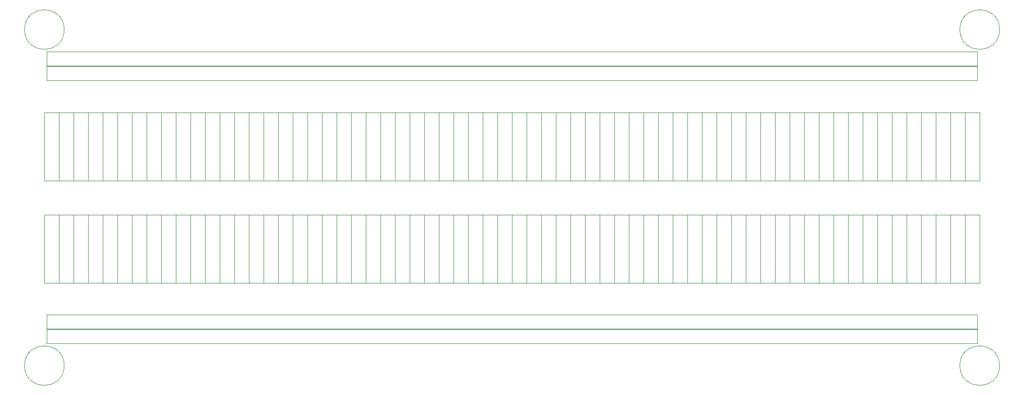
<source format=gbr>
%TF.GenerationSoftware,KiCad,Pcbnew,5.1.7*%
%TF.CreationDate,2020-11-18T18:26:48+01:00*%
%TF.ProjectId,8bitCpu,38626974-4370-4752-9e6b-696361645f70,rev?*%
%TF.SameCoordinates,Original*%
%TF.FileFunction,Other,User*%
%FSLAX46Y46*%
G04 Gerber Fmt 4.6, Leading zero omitted, Abs format (unit mm)*
G04 Created by KiCad (PCBNEW 5.1.7) date 2020-11-18 18:26:48*
%MOMM*%
%LPD*%
G01*
G04 APERTURE LIST*
%ADD10C,0.050000*%
G04 APERTURE END LIST*
D10*
%TO.C,REF\u002A\u002A*%
X215540000Y-38100000D02*
G75*
G03*
X215540000Y-38100000I-3450000J0D01*
G01*
X215540000Y-96520000D02*
G75*
G03*
X215540000Y-96520000I-3450000J0D01*
G01*
X52980000Y-96520000D02*
G75*
G03*
X52980000Y-96520000I-3450000J0D01*
G01*
X52980000Y-38100000D02*
G75*
G03*
X52980000Y-38100000I-3450000J0D01*
G01*
X49950000Y-90150000D02*
X49950000Y-87650000D01*
X211670000Y-90150000D02*
X49950000Y-90150000D01*
X211670000Y-87650000D02*
X211670000Y-90150000D01*
X49950000Y-87650000D02*
X211670000Y-87650000D01*
X49950000Y-92690000D02*
X49950000Y-90190000D01*
X211670000Y-92690000D02*
X49950000Y-92690000D01*
X211670000Y-90190000D02*
X211670000Y-92690000D01*
X49950000Y-90190000D02*
X211670000Y-90190000D01*
X49950000Y-46970000D02*
X49950000Y-44470000D01*
X211670000Y-46970000D02*
X49950000Y-46970000D01*
X211670000Y-44470000D02*
X211670000Y-46970000D01*
X49950000Y-44470000D02*
X211670000Y-44470000D01*
X49550000Y-70270000D02*
X52050000Y-70270000D01*
X49550000Y-82130000D02*
X49550000Y-70270000D01*
X52050000Y-82130000D02*
X49550000Y-82130000D01*
X52050000Y-70270000D02*
X52050000Y-82130000D01*
X52090000Y-70270000D02*
X54590000Y-70270000D01*
X52090000Y-82130000D02*
X52090000Y-70270000D01*
X54590000Y-82130000D02*
X52090000Y-82130000D01*
X54590000Y-70270000D02*
X54590000Y-82130000D01*
X54630000Y-70270000D02*
X57130000Y-70270000D01*
X54630000Y-82130000D02*
X54630000Y-70270000D01*
X57130000Y-82130000D02*
X54630000Y-82130000D01*
X57130000Y-70270000D02*
X57130000Y-82130000D01*
X57170000Y-70270000D02*
X59670000Y-70270000D01*
X57170000Y-82130000D02*
X57170000Y-70270000D01*
X59670000Y-82130000D02*
X57170000Y-82130000D01*
X59670000Y-70270000D02*
X59670000Y-82130000D01*
X59710000Y-70270000D02*
X62210000Y-70270000D01*
X59710000Y-82130000D02*
X59710000Y-70270000D01*
X62210000Y-82130000D02*
X59710000Y-82130000D01*
X62210000Y-70270000D02*
X62210000Y-82130000D01*
X62250000Y-70270000D02*
X64750000Y-70270000D01*
X62250000Y-82130000D02*
X62250000Y-70270000D01*
X64750000Y-82130000D02*
X62250000Y-82130000D01*
X64750000Y-70270000D02*
X64750000Y-82130000D01*
X64790000Y-70270000D02*
X67290000Y-70270000D01*
X64790000Y-82130000D02*
X64790000Y-70270000D01*
X67290000Y-82130000D02*
X64790000Y-82130000D01*
X67290000Y-70270000D02*
X67290000Y-82130000D01*
X67330000Y-70270000D02*
X69830000Y-70270000D01*
X67330000Y-82130000D02*
X67330000Y-70270000D01*
X69830000Y-82130000D02*
X67330000Y-82130000D01*
X69830000Y-70270000D02*
X69830000Y-82130000D01*
X82570000Y-70270000D02*
X85070000Y-70270000D01*
X82570000Y-82130000D02*
X82570000Y-70270000D01*
X85070000Y-82130000D02*
X82570000Y-82130000D01*
X85070000Y-70270000D02*
X85070000Y-82130000D01*
X80030000Y-70270000D02*
X82530000Y-70270000D01*
X80030000Y-82130000D02*
X80030000Y-70270000D01*
X82530000Y-82130000D02*
X80030000Y-82130000D01*
X82530000Y-70270000D02*
X82530000Y-82130000D01*
X85110000Y-70270000D02*
X87610000Y-70270000D01*
X85110000Y-82130000D02*
X85110000Y-70270000D01*
X87610000Y-82130000D02*
X85110000Y-82130000D01*
X87610000Y-70270000D02*
X87610000Y-82130000D01*
X74950000Y-70270000D02*
X77450000Y-70270000D01*
X74950000Y-82130000D02*
X74950000Y-70270000D01*
X77450000Y-82130000D02*
X74950000Y-82130000D01*
X77450000Y-70270000D02*
X77450000Y-82130000D01*
X69870000Y-70270000D02*
X72370000Y-70270000D01*
X69870000Y-82130000D02*
X69870000Y-70270000D01*
X72370000Y-82130000D02*
X69870000Y-82130000D01*
X72370000Y-70270000D02*
X72370000Y-82130000D01*
X77490000Y-70270000D02*
X79990000Y-70270000D01*
X77490000Y-82130000D02*
X77490000Y-70270000D01*
X79990000Y-82130000D02*
X77490000Y-82130000D01*
X79990000Y-70270000D02*
X79990000Y-82130000D01*
X87650000Y-70270000D02*
X90150000Y-70270000D01*
X87650000Y-82130000D02*
X87650000Y-70270000D01*
X90150000Y-82130000D02*
X87650000Y-82130000D01*
X90150000Y-70270000D02*
X90150000Y-82130000D01*
X72410000Y-70270000D02*
X74910000Y-70270000D01*
X72410000Y-82130000D02*
X72410000Y-70270000D01*
X74910000Y-82130000D02*
X72410000Y-82130000D01*
X74910000Y-70270000D02*
X74910000Y-82130000D01*
X102890000Y-70270000D02*
X105390000Y-70270000D01*
X102890000Y-82130000D02*
X102890000Y-70270000D01*
X105390000Y-82130000D02*
X102890000Y-82130000D01*
X105390000Y-70270000D02*
X105390000Y-82130000D01*
X123210000Y-70270000D02*
X125710000Y-70270000D01*
X123210000Y-82130000D02*
X123210000Y-70270000D01*
X125710000Y-82130000D02*
X123210000Y-82130000D01*
X125710000Y-70270000D02*
X125710000Y-82130000D01*
X100350000Y-70270000D02*
X102850000Y-70270000D01*
X100350000Y-82130000D02*
X100350000Y-70270000D01*
X102850000Y-82130000D02*
X100350000Y-82130000D01*
X102850000Y-70270000D02*
X102850000Y-82130000D01*
X118130000Y-70270000D02*
X120630000Y-70270000D01*
X118130000Y-82130000D02*
X118130000Y-70270000D01*
X120630000Y-82130000D02*
X118130000Y-82130000D01*
X120630000Y-70270000D02*
X120630000Y-82130000D01*
X105430000Y-70270000D02*
X107930000Y-70270000D01*
X105430000Y-82130000D02*
X105430000Y-70270000D01*
X107930000Y-82130000D02*
X105430000Y-82130000D01*
X107930000Y-70270000D02*
X107930000Y-82130000D01*
X115590000Y-70270000D02*
X118090000Y-70270000D01*
X115590000Y-82130000D02*
X115590000Y-70270000D01*
X118090000Y-82130000D02*
X115590000Y-82130000D01*
X118090000Y-70270000D02*
X118090000Y-82130000D01*
X110510000Y-70270000D02*
X113010000Y-70270000D01*
X110510000Y-82130000D02*
X110510000Y-70270000D01*
X113010000Y-82130000D02*
X110510000Y-82130000D01*
X113010000Y-70270000D02*
X113010000Y-82130000D01*
X120670000Y-70270000D02*
X123170000Y-70270000D01*
X120670000Y-82130000D02*
X120670000Y-70270000D01*
X123170000Y-82130000D02*
X120670000Y-82130000D01*
X123170000Y-70270000D02*
X123170000Y-82130000D01*
X95270000Y-70270000D02*
X97770000Y-70270000D01*
X95270000Y-82130000D02*
X95270000Y-70270000D01*
X97770000Y-82130000D02*
X95270000Y-82130000D01*
X97770000Y-70270000D02*
X97770000Y-82130000D01*
X125750000Y-70270000D02*
X128250000Y-70270000D01*
X125750000Y-82130000D02*
X125750000Y-70270000D01*
X128250000Y-82130000D02*
X125750000Y-82130000D01*
X128250000Y-70270000D02*
X128250000Y-82130000D01*
X128290000Y-70270000D02*
X130790000Y-70270000D01*
X128290000Y-82130000D02*
X128290000Y-70270000D01*
X130790000Y-82130000D02*
X128290000Y-82130000D01*
X130790000Y-70270000D02*
X130790000Y-82130000D01*
X90190000Y-70270000D02*
X92690000Y-70270000D01*
X90190000Y-82130000D02*
X90190000Y-70270000D01*
X92690000Y-82130000D02*
X90190000Y-82130000D01*
X92690000Y-70270000D02*
X92690000Y-82130000D01*
X97810000Y-70270000D02*
X100310000Y-70270000D01*
X97810000Y-82130000D02*
X97810000Y-70270000D01*
X100310000Y-82130000D02*
X97810000Y-82130000D01*
X100310000Y-70270000D02*
X100310000Y-82130000D01*
X113050000Y-70270000D02*
X115550000Y-70270000D01*
X113050000Y-82130000D02*
X113050000Y-70270000D01*
X115550000Y-82130000D02*
X113050000Y-82130000D01*
X115550000Y-70270000D02*
X115550000Y-82130000D01*
X107970000Y-70270000D02*
X110470000Y-70270000D01*
X107970000Y-82130000D02*
X107970000Y-70270000D01*
X110470000Y-82130000D02*
X107970000Y-82130000D01*
X110470000Y-70270000D02*
X110470000Y-82130000D01*
X92730000Y-70270000D02*
X95230000Y-70270000D01*
X92730000Y-82130000D02*
X92730000Y-70270000D01*
X95230000Y-82130000D02*
X92730000Y-82130000D01*
X95230000Y-70270000D02*
X95230000Y-82130000D01*
X143530000Y-70270000D02*
X146030000Y-70270000D01*
X143530000Y-82130000D02*
X143530000Y-70270000D01*
X146030000Y-82130000D02*
X143530000Y-82130000D01*
X146030000Y-70270000D02*
X146030000Y-82130000D01*
X163850000Y-70270000D02*
X166350000Y-70270000D01*
X163850000Y-82130000D02*
X163850000Y-70270000D01*
X166350000Y-82130000D02*
X163850000Y-82130000D01*
X166350000Y-70270000D02*
X166350000Y-82130000D01*
X140990000Y-70270000D02*
X143490000Y-70270000D01*
X140990000Y-82130000D02*
X140990000Y-70270000D01*
X143490000Y-82130000D02*
X140990000Y-82130000D01*
X143490000Y-70270000D02*
X143490000Y-82130000D01*
X158770000Y-70270000D02*
X161270000Y-70270000D01*
X158770000Y-82130000D02*
X158770000Y-70270000D01*
X161270000Y-82130000D02*
X158770000Y-82130000D01*
X161270000Y-70270000D02*
X161270000Y-82130000D01*
X146070000Y-70270000D02*
X148570000Y-70270000D01*
X146070000Y-82130000D02*
X146070000Y-70270000D01*
X148570000Y-82130000D02*
X146070000Y-82130000D01*
X148570000Y-70270000D02*
X148570000Y-82130000D01*
X156230000Y-70270000D02*
X158730000Y-70270000D01*
X156230000Y-82130000D02*
X156230000Y-70270000D01*
X158730000Y-82130000D02*
X156230000Y-82130000D01*
X158730000Y-70270000D02*
X158730000Y-82130000D01*
X151150000Y-70270000D02*
X153650000Y-70270000D01*
X151150000Y-82130000D02*
X151150000Y-70270000D01*
X153650000Y-82130000D02*
X151150000Y-82130000D01*
X153650000Y-70270000D02*
X153650000Y-82130000D01*
X161310000Y-70270000D02*
X163810000Y-70270000D01*
X161310000Y-82130000D02*
X161310000Y-70270000D01*
X163810000Y-82130000D02*
X161310000Y-82130000D01*
X163810000Y-70270000D02*
X163810000Y-82130000D01*
X135910000Y-70270000D02*
X138410000Y-70270000D01*
X135910000Y-82130000D02*
X135910000Y-70270000D01*
X138410000Y-82130000D02*
X135910000Y-82130000D01*
X138410000Y-70270000D02*
X138410000Y-82130000D01*
X166390000Y-70270000D02*
X168890000Y-70270000D01*
X166390000Y-82130000D02*
X166390000Y-70270000D01*
X168890000Y-82130000D02*
X166390000Y-82130000D01*
X168890000Y-70270000D02*
X168890000Y-82130000D01*
X168930000Y-70270000D02*
X171430000Y-70270000D01*
X168930000Y-82130000D02*
X168930000Y-70270000D01*
X171430000Y-82130000D02*
X168930000Y-82130000D01*
X171430000Y-70270000D02*
X171430000Y-82130000D01*
X130830000Y-70270000D02*
X133330000Y-70270000D01*
X130830000Y-82130000D02*
X130830000Y-70270000D01*
X133330000Y-82130000D02*
X130830000Y-82130000D01*
X133330000Y-70270000D02*
X133330000Y-82130000D01*
X138450000Y-70270000D02*
X140950000Y-70270000D01*
X138450000Y-82130000D02*
X138450000Y-70270000D01*
X140950000Y-82130000D02*
X138450000Y-82130000D01*
X140950000Y-70270000D02*
X140950000Y-82130000D01*
X153690000Y-70270000D02*
X156190000Y-70270000D01*
X153690000Y-82130000D02*
X153690000Y-70270000D01*
X156190000Y-82130000D02*
X153690000Y-82130000D01*
X156190000Y-70270000D02*
X156190000Y-82130000D01*
X148610000Y-70270000D02*
X151110000Y-70270000D01*
X148610000Y-82130000D02*
X148610000Y-70270000D01*
X151110000Y-82130000D02*
X148610000Y-82130000D01*
X151110000Y-70270000D02*
X151110000Y-82130000D01*
X133370000Y-70270000D02*
X135870000Y-70270000D01*
X133370000Y-82130000D02*
X133370000Y-70270000D01*
X135870000Y-82130000D02*
X133370000Y-82130000D01*
X135870000Y-70270000D02*
X135870000Y-82130000D01*
X184170000Y-70270000D02*
X186670000Y-70270000D01*
X184170000Y-82130000D02*
X184170000Y-70270000D01*
X186670000Y-82130000D02*
X184170000Y-82130000D01*
X186670000Y-70270000D02*
X186670000Y-82130000D01*
X204490000Y-70270000D02*
X206990000Y-70270000D01*
X204490000Y-82130000D02*
X204490000Y-70270000D01*
X206990000Y-82130000D02*
X204490000Y-82130000D01*
X206990000Y-70270000D02*
X206990000Y-82130000D01*
X181630000Y-70270000D02*
X184130000Y-70270000D01*
X181630000Y-82130000D02*
X181630000Y-70270000D01*
X184130000Y-82130000D02*
X181630000Y-82130000D01*
X184130000Y-70270000D02*
X184130000Y-82130000D01*
X199410000Y-70270000D02*
X201910000Y-70270000D01*
X199410000Y-82130000D02*
X199410000Y-70270000D01*
X201910000Y-82130000D02*
X199410000Y-82130000D01*
X201910000Y-70270000D02*
X201910000Y-82130000D01*
X186710000Y-70270000D02*
X189210000Y-70270000D01*
X186710000Y-82130000D02*
X186710000Y-70270000D01*
X189210000Y-82130000D02*
X186710000Y-82130000D01*
X189210000Y-70270000D02*
X189210000Y-82130000D01*
X196870000Y-70270000D02*
X199370000Y-70270000D01*
X196870000Y-82130000D02*
X196870000Y-70270000D01*
X199370000Y-82130000D02*
X196870000Y-82130000D01*
X199370000Y-70270000D02*
X199370000Y-82130000D01*
X191790000Y-70270000D02*
X194290000Y-70270000D01*
X191790000Y-82130000D02*
X191790000Y-70270000D01*
X194290000Y-82130000D02*
X191790000Y-82130000D01*
X194290000Y-70270000D02*
X194290000Y-82130000D01*
X201950000Y-70270000D02*
X204450000Y-70270000D01*
X201950000Y-82130000D02*
X201950000Y-70270000D01*
X204450000Y-82130000D02*
X201950000Y-82130000D01*
X204450000Y-70270000D02*
X204450000Y-82130000D01*
X176550000Y-70270000D02*
X179050000Y-70270000D01*
X176550000Y-82130000D02*
X176550000Y-70270000D01*
X179050000Y-82130000D02*
X176550000Y-82130000D01*
X179050000Y-70270000D02*
X179050000Y-82130000D01*
X207030000Y-70270000D02*
X209530000Y-70270000D01*
X207030000Y-82130000D02*
X207030000Y-70270000D01*
X209530000Y-82130000D02*
X207030000Y-82130000D01*
X209530000Y-70270000D02*
X209530000Y-82130000D01*
X209570000Y-70270000D02*
X212070000Y-70270000D01*
X209570000Y-82130000D02*
X209570000Y-70270000D01*
X212070000Y-82130000D02*
X209570000Y-82130000D01*
X212070000Y-70270000D02*
X212070000Y-82130000D01*
X171470000Y-70270000D02*
X173970000Y-70270000D01*
X171470000Y-82130000D02*
X171470000Y-70270000D01*
X173970000Y-82130000D02*
X171470000Y-82130000D01*
X173970000Y-70270000D02*
X173970000Y-82130000D01*
X179090000Y-70270000D02*
X181590000Y-70270000D01*
X179090000Y-82130000D02*
X179090000Y-70270000D01*
X181590000Y-82130000D02*
X179090000Y-82130000D01*
X181590000Y-70270000D02*
X181590000Y-82130000D01*
X194330000Y-70270000D02*
X196830000Y-70270000D01*
X194330000Y-82130000D02*
X194330000Y-70270000D01*
X196830000Y-82130000D02*
X194330000Y-82130000D01*
X196830000Y-70270000D02*
X196830000Y-82130000D01*
X189250000Y-70270000D02*
X191750000Y-70270000D01*
X189250000Y-82130000D02*
X189250000Y-70270000D01*
X191750000Y-82130000D02*
X189250000Y-82130000D01*
X191750000Y-70270000D02*
X191750000Y-82130000D01*
X174010000Y-70270000D02*
X176510000Y-70270000D01*
X174010000Y-82130000D02*
X174010000Y-70270000D01*
X176510000Y-82130000D02*
X174010000Y-82130000D01*
X176510000Y-70270000D02*
X176510000Y-82130000D01*
X107930000Y-64350000D02*
X105430000Y-64350000D01*
X107930000Y-52490000D02*
X107930000Y-64350000D01*
X105430000Y-52490000D02*
X107930000Y-52490000D01*
X105430000Y-64350000D02*
X105430000Y-52490000D01*
X199370000Y-64350000D02*
X196870000Y-64350000D01*
X199370000Y-52490000D02*
X199370000Y-64350000D01*
X196870000Y-52490000D02*
X199370000Y-52490000D01*
X196870000Y-64350000D02*
X196870000Y-52490000D01*
X179050000Y-64350000D02*
X176550000Y-64350000D01*
X179050000Y-52490000D02*
X179050000Y-64350000D01*
X176550000Y-52490000D02*
X179050000Y-52490000D01*
X176550000Y-64350000D02*
X176550000Y-52490000D01*
X123170000Y-64350000D02*
X120670000Y-64350000D01*
X123170000Y-52490000D02*
X123170000Y-64350000D01*
X120670000Y-52490000D02*
X123170000Y-52490000D01*
X120670000Y-64350000D02*
X120670000Y-52490000D01*
X166350000Y-64350000D02*
X163850000Y-64350000D01*
X166350000Y-52490000D02*
X166350000Y-64350000D01*
X163850000Y-52490000D02*
X166350000Y-52490000D01*
X163850000Y-64350000D02*
X163850000Y-52490000D01*
X125710000Y-64350000D02*
X123210000Y-64350000D01*
X125710000Y-52490000D02*
X125710000Y-64350000D01*
X123210000Y-52490000D02*
X125710000Y-52490000D01*
X123210000Y-64350000D02*
X123210000Y-52490000D01*
X102850000Y-64350000D02*
X100350000Y-64350000D01*
X102850000Y-52490000D02*
X102850000Y-64350000D01*
X100350000Y-52490000D02*
X102850000Y-52490000D01*
X100350000Y-64350000D02*
X100350000Y-52490000D01*
X115550000Y-64350000D02*
X113050000Y-64350000D01*
X115550000Y-52490000D02*
X115550000Y-64350000D01*
X113050000Y-52490000D02*
X115550000Y-52490000D01*
X113050000Y-64350000D02*
X113050000Y-52490000D01*
X67290000Y-64350000D02*
X64790000Y-64350000D01*
X67290000Y-52490000D02*
X67290000Y-64350000D01*
X64790000Y-52490000D02*
X67290000Y-52490000D01*
X64790000Y-64350000D02*
X64790000Y-52490000D01*
X118090000Y-64350000D02*
X115590000Y-64350000D01*
X118090000Y-52490000D02*
X118090000Y-64350000D01*
X115590000Y-52490000D02*
X118090000Y-52490000D01*
X115590000Y-64350000D02*
X115590000Y-52490000D01*
X85070000Y-64350000D02*
X82570000Y-64350000D01*
X85070000Y-52490000D02*
X85070000Y-64350000D01*
X82570000Y-52490000D02*
X85070000Y-52490000D01*
X82570000Y-64350000D02*
X82570000Y-52490000D01*
X128250000Y-64350000D02*
X125750000Y-64350000D01*
X128250000Y-52490000D02*
X128250000Y-64350000D01*
X125750000Y-52490000D02*
X128250000Y-52490000D01*
X125750000Y-64350000D02*
X125750000Y-52490000D01*
X64750000Y-64350000D02*
X62250000Y-64350000D01*
X64750000Y-52490000D02*
X64750000Y-64350000D01*
X62250000Y-52490000D02*
X64750000Y-52490000D01*
X62250000Y-64350000D02*
X62250000Y-52490000D01*
X92690000Y-64350000D02*
X90190000Y-64350000D01*
X92690000Y-52490000D02*
X92690000Y-64350000D01*
X90190000Y-52490000D02*
X92690000Y-52490000D01*
X90190000Y-64350000D02*
X90190000Y-52490000D01*
X77450000Y-64350000D02*
X74950000Y-64350000D01*
X77450000Y-52490000D02*
X77450000Y-64350000D01*
X74950000Y-52490000D02*
X77450000Y-52490000D01*
X74950000Y-64350000D02*
X74950000Y-52490000D01*
X69830000Y-64350000D02*
X67330000Y-64350000D01*
X69830000Y-52490000D02*
X69830000Y-64350000D01*
X67330000Y-52490000D02*
X69830000Y-52490000D01*
X67330000Y-64350000D02*
X67330000Y-52490000D01*
X59670000Y-64350000D02*
X57170000Y-64350000D01*
X59670000Y-52490000D02*
X59670000Y-64350000D01*
X57170000Y-52490000D02*
X59670000Y-52490000D01*
X57170000Y-64350000D02*
X57170000Y-52490000D01*
X201910000Y-64350000D02*
X199410000Y-64350000D01*
X201910000Y-52490000D02*
X201910000Y-64350000D01*
X199410000Y-52490000D02*
X201910000Y-52490000D01*
X199410000Y-64350000D02*
X199410000Y-52490000D01*
X82530000Y-64350000D02*
X80030000Y-64350000D01*
X82530000Y-52490000D02*
X82530000Y-64350000D01*
X80030000Y-52490000D02*
X82530000Y-52490000D01*
X80030000Y-64350000D02*
X80030000Y-52490000D01*
X110470000Y-64350000D02*
X107970000Y-64350000D01*
X110470000Y-52490000D02*
X110470000Y-64350000D01*
X107970000Y-52490000D02*
X110470000Y-52490000D01*
X107970000Y-64350000D02*
X107970000Y-52490000D01*
X74910000Y-64350000D02*
X72410000Y-64350000D01*
X74910000Y-52490000D02*
X74910000Y-64350000D01*
X72410000Y-52490000D02*
X74910000Y-52490000D01*
X72410000Y-64350000D02*
X72410000Y-52490000D01*
X87610000Y-64350000D02*
X85110000Y-64350000D01*
X87610000Y-52490000D02*
X87610000Y-64350000D01*
X85110000Y-52490000D02*
X87610000Y-52490000D01*
X85110000Y-64350000D02*
X85110000Y-52490000D01*
X57130000Y-64350000D02*
X54630000Y-64350000D01*
X57130000Y-52490000D02*
X57130000Y-64350000D01*
X54630000Y-52490000D02*
X57130000Y-52490000D01*
X54630000Y-64350000D02*
X54630000Y-52490000D01*
X184130000Y-64350000D02*
X181630000Y-64350000D01*
X184130000Y-52490000D02*
X184130000Y-64350000D01*
X181630000Y-52490000D02*
X184130000Y-52490000D01*
X181630000Y-64350000D02*
X181630000Y-52490000D01*
X54590000Y-64350000D02*
X52090000Y-64350000D01*
X54590000Y-52490000D02*
X54590000Y-64350000D01*
X52090000Y-52490000D02*
X54590000Y-52490000D01*
X52090000Y-64350000D02*
X52090000Y-52490000D01*
X105390000Y-64350000D02*
X102890000Y-64350000D01*
X105390000Y-52490000D02*
X105390000Y-64350000D01*
X102890000Y-52490000D02*
X105390000Y-52490000D01*
X102890000Y-64350000D02*
X102890000Y-52490000D01*
X196830000Y-64350000D02*
X194330000Y-64350000D01*
X196830000Y-52490000D02*
X196830000Y-64350000D01*
X194330000Y-52490000D02*
X196830000Y-52490000D01*
X194330000Y-64350000D02*
X194330000Y-52490000D01*
X120630000Y-64350000D02*
X118130000Y-64350000D01*
X120630000Y-52490000D02*
X120630000Y-64350000D01*
X118130000Y-52490000D02*
X120630000Y-52490000D01*
X118130000Y-64350000D02*
X118130000Y-52490000D01*
X186670000Y-64350000D02*
X184170000Y-64350000D01*
X186670000Y-52490000D02*
X186670000Y-64350000D01*
X184170000Y-52490000D02*
X186670000Y-52490000D01*
X184170000Y-64350000D02*
X184170000Y-52490000D01*
X95230000Y-64350000D02*
X92730000Y-64350000D01*
X95230000Y-52490000D02*
X95230000Y-64350000D01*
X92730000Y-52490000D02*
X95230000Y-52490000D01*
X92730000Y-64350000D02*
X92730000Y-52490000D01*
X191750000Y-64350000D02*
X189250000Y-64350000D01*
X191750000Y-52490000D02*
X191750000Y-64350000D01*
X189250000Y-52490000D02*
X191750000Y-52490000D01*
X189250000Y-64350000D02*
X189250000Y-52490000D01*
X181590000Y-64350000D02*
X179090000Y-64350000D01*
X181590000Y-52490000D02*
X181590000Y-64350000D01*
X179090000Y-52490000D02*
X181590000Y-52490000D01*
X179090000Y-64350000D02*
X179090000Y-52490000D01*
X206990000Y-64350000D02*
X204490000Y-64350000D01*
X206990000Y-52490000D02*
X206990000Y-64350000D01*
X204490000Y-52490000D02*
X206990000Y-52490000D01*
X204490000Y-64350000D02*
X204490000Y-52490000D01*
X90150000Y-64350000D02*
X87650000Y-64350000D01*
X90150000Y-52490000D02*
X90150000Y-64350000D01*
X87650000Y-52490000D02*
X90150000Y-52490000D01*
X87650000Y-64350000D02*
X87650000Y-52490000D01*
X130790000Y-64350000D02*
X128290000Y-64350000D01*
X130790000Y-52490000D02*
X130790000Y-64350000D01*
X128290000Y-52490000D02*
X130790000Y-52490000D01*
X128290000Y-64350000D02*
X128290000Y-52490000D01*
X62210000Y-64350000D02*
X59710000Y-64350000D01*
X62210000Y-52490000D02*
X62210000Y-64350000D01*
X59710000Y-52490000D02*
X62210000Y-52490000D01*
X59710000Y-64350000D02*
X59710000Y-52490000D01*
X143490000Y-64350000D02*
X140990000Y-64350000D01*
X143490000Y-52490000D02*
X143490000Y-64350000D01*
X140990000Y-52490000D02*
X143490000Y-52490000D01*
X140990000Y-64350000D02*
X140990000Y-52490000D01*
X161270000Y-64350000D02*
X158770000Y-64350000D01*
X161270000Y-52490000D02*
X161270000Y-64350000D01*
X158770000Y-52490000D02*
X161270000Y-52490000D01*
X158770000Y-64350000D02*
X158770000Y-52490000D01*
X52050000Y-64350000D02*
X49550000Y-64350000D01*
X52050000Y-52490000D02*
X52050000Y-64350000D01*
X49550000Y-52490000D02*
X52050000Y-52490000D01*
X49550000Y-64350000D02*
X49550000Y-52490000D01*
X153650000Y-64350000D02*
X151150000Y-64350000D01*
X153650000Y-52490000D02*
X153650000Y-64350000D01*
X151150000Y-52490000D02*
X153650000Y-52490000D01*
X151150000Y-64350000D02*
X151150000Y-52490000D01*
X72370000Y-64350000D02*
X69870000Y-64350000D01*
X72370000Y-52490000D02*
X72370000Y-64350000D01*
X69870000Y-52490000D02*
X72370000Y-52490000D01*
X69870000Y-64350000D02*
X69870000Y-52490000D01*
X113010000Y-64350000D02*
X110510000Y-64350000D01*
X113010000Y-52490000D02*
X113010000Y-64350000D01*
X110510000Y-52490000D02*
X113010000Y-52490000D01*
X110510000Y-64350000D02*
X110510000Y-52490000D01*
X133330000Y-64350000D02*
X130830000Y-64350000D01*
X133330000Y-52490000D02*
X133330000Y-64350000D01*
X130830000Y-52490000D02*
X133330000Y-52490000D01*
X130830000Y-64350000D02*
X130830000Y-52490000D01*
X176510000Y-64350000D02*
X174010000Y-64350000D01*
X176510000Y-52490000D02*
X176510000Y-64350000D01*
X174010000Y-52490000D02*
X176510000Y-52490000D01*
X174010000Y-64350000D02*
X174010000Y-52490000D01*
X173970000Y-64350000D02*
X171470000Y-64350000D01*
X173970000Y-52490000D02*
X173970000Y-64350000D01*
X171470000Y-52490000D02*
X173970000Y-52490000D01*
X171470000Y-64350000D02*
X171470000Y-52490000D01*
X171430000Y-64350000D02*
X168930000Y-64350000D01*
X171430000Y-52490000D02*
X171430000Y-64350000D01*
X168930000Y-52490000D02*
X171430000Y-52490000D01*
X168930000Y-64350000D02*
X168930000Y-52490000D01*
X79990000Y-64350000D02*
X77490000Y-64350000D01*
X79990000Y-52490000D02*
X79990000Y-64350000D01*
X77490000Y-52490000D02*
X79990000Y-52490000D01*
X77490000Y-64350000D02*
X77490000Y-52490000D01*
X212070000Y-64350000D02*
X209570000Y-64350000D01*
X212070000Y-52490000D02*
X212070000Y-64350000D01*
X209570000Y-52490000D02*
X212070000Y-52490000D01*
X209570000Y-64350000D02*
X209570000Y-52490000D01*
X138410000Y-64350000D02*
X135910000Y-64350000D01*
X138410000Y-52490000D02*
X138410000Y-64350000D01*
X135910000Y-52490000D02*
X138410000Y-52490000D01*
X135910000Y-64350000D02*
X135910000Y-52490000D01*
X135870000Y-64350000D02*
X133370000Y-64350000D01*
X135870000Y-52490000D02*
X135870000Y-64350000D01*
X133370000Y-52490000D02*
X135870000Y-52490000D01*
X133370000Y-64350000D02*
X133370000Y-52490000D01*
X151110000Y-64350000D02*
X148610000Y-64350000D01*
X151110000Y-52490000D02*
X151110000Y-64350000D01*
X148610000Y-52490000D02*
X151110000Y-52490000D01*
X148610000Y-64350000D02*
X148610000Y-52490000D01*
X163810000Y-64350000D02*
X161310000Y-64350000D01*
X163810000Y-52490000D02*
X163810000Y-64350000D01*
X161310000Y-52490000D02*
X163810000Y-52490000D01*
X161310000Y-64350000D02*
X161310000Y-52490000D01*
X148570000Y-64350000D02*
X146070000Y-64350000D01*
X148570000Y-52490000D02*
X148570000Y-64350000D01*
X146070000Y-52490000D02*
X148570000Y-52490000D01*
X146070000Y-64350000D02*
X146070000Y-52490000D01*
X140950000Y-64350000D02*
X138450000Y-64350000D01*
X140950000Y-52490000D02*
X140950000Y-64350000D01*
X138450000Y-52490000D02*
X140950000Y-52490000D01*
X138450000Y-64350000D02*
X138450000Y-52490000D01*
X204450000Y-64350000D02*
X201950000Y-64350000D01*
X204450000Y-52490000D02*
X204450000Y-64350000D01*
X201950000Y-52490000D02*
X204450000Y-52490000D01*
X201950000Y-64350000D02*
X201950000Y-52490000D01*
X189210000Y-64350000D02*
X186710000Y-64350000D01*
X189210000Y-52490000D02*
X189210000Y-64350000D01*
X186710000Y-52490000D02*
X189210000Y-52490000D01*
X186710000Y-64350000D02*
X186710000Y-52490000D01*
X194290000Y-64350000D02*
X191790000Y-64350000D01*
X194290000Y-52490000D02*
X194290000Y-64350000D01*
X191790000Y-52490000D02*
X194290000Y-52490000D01*
X191790000Y-64350000D02*
X191790000Y-52490000D01*
X146030000Y-64350000D02*
X143530000Y-64350000D01*
X146030000Y-52490000D02*
X146030000Y-64350000D01*
X143530000Y-52490000D02*
X146030000Y-52490000D01*
X143530000Y-64350000D02*
X143530000Y-52490000D01*
X156190000Y-64350000D02*
X153690000Y-64350000D01*
X156190000Y-52490000D02*
X156190000Y-64350000D01*
X153690000Y-52490000D02*
X156190000Y-52490000D01*
X153690000Y-64350000D02*
X153690000Y-52490000D01*
X168890000Y-64350000D02*
X166390000Y-64350000D01*
X168890000Y-52490000D02*
X168890000Y-64350000D01*
X166390000Y-52490000D02*
X168890000Y-52490000D01*
X166390000Y-64350000D02*
X166390000Y-52490000D01*
X97770000Y-64350000D02*
X95270000Y-64350000D01*
X97770000Y-52490000D02*
X97770000Y-64350000D01*
X95270000Y-52490000D02*
X97770000Y-52490000D01*
X95270000Y-64350000D02*
X95270000Y-52490000D01*
X100310000Y-64350000D02*
X97810000Y-64350000D01*
X100310000Y-52490000D02*
X100310000Y-64350000D01*
X97810000Y-52490000D02*
X100310000Y-52490000D01*
X97810000Y-64350000D02*
X97810000Y-52490000D01*
X158730000Y-64350000D02*
X156230000Y-64350000D01*
X158730000Y-52490000D02*
X158730000Y-64350000D01*
X156230000Y-52490000D02*
X158730000Y-52490000D01*
X156230000Y-64350000D02*
X156230000Y-52490000D01*
X209530000Y-64350000D02*
X207030000Y-64350000D01*
X209530000Y-52490000D02*
X209530000Y-64350000D01*
X207030000Y-52490000D02*
X209530000Y-52490000D01*
X207030000Y-64350000D02*
X207030000Y-52490000D01*
X49950000Y-44430000D02*
X49950000Y-41930000D01*
X211670000Y-44430000D02*
X49950000Y-44430000D01*
X211670000Y-41930000D02*
X211670000Y-44430000D01*
X49950000Y-41930000D02*
X211670000Y-41930000D01*
%TD*%
M02*

</source>
